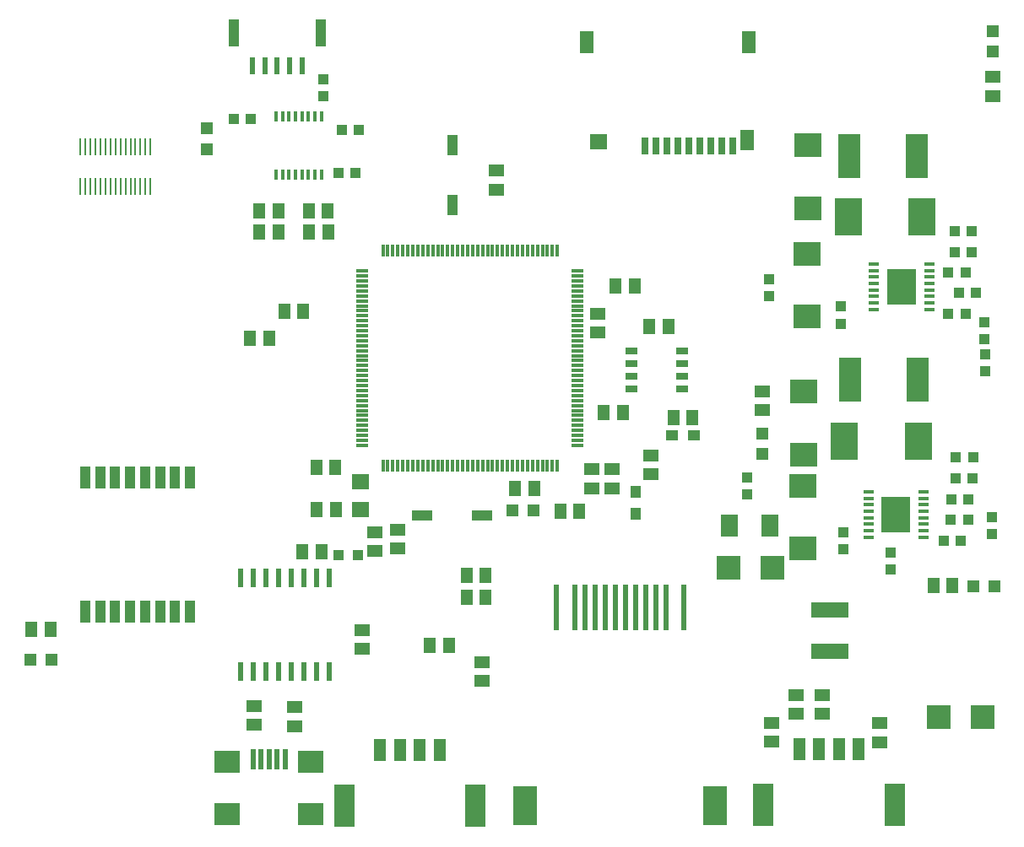
<source format=gtp>
G75*
%MOIN*%
%OFA0B0*%
%FSLAX25Y25*%
%IPPOS*%
%LPD*%
%AMOC8*
5,1,8,0,0,1.08239X$1,22.5*
%
%ADD10R,0.05118X0.05906*%
%ADD11R,0.05000X0.02500*%
%ADD12R,0.05906X0.05118*%
%ADD13R,0.07087X0.06299*%
%ADD14R,0.04724X0.03937*%
%ADD15R,0.04724X0.01181*%
%ADD16R,0.01181X0.04724*%
%ADD17R,0.04724X0.04724*%
%ADD18R,0.14567X0.05906*%
%ADD19R,0.09449X0.09449*%
%ADD20R,0.07008X0.08504*%
%ADD21R,0.03937X0.04724*%
%ADD22R,0.03937X0.03937*%
%ADD23R,0.03937X0.07874*%
%ADD24R,0.07874X0.03937*%
%ADD25R,0.00984X0.07087*%
%ADD26R,0.02200X0.07800*%
%ADD27R,0.04200X0.08600*%
%ADD28R,0.03150X0.07087*%
%ADD29R,0.05512X0.07874*%
%ADD30R,0.05512X0.08661*%
%ADD31R,0.04134X0.01772*%
%ADD32R,0.11575X0.14094*%
%ADD33R,0.11024X0.09449*%
%ADD34R,0.04331X0.03937*%
%ADD35R,0.03937X0.04331*%
%ADD36R,0.11024X0.14961*%
%ADD37R,0.08858X0.17717*%
%ADD38R,0.01200X0.03900*%
%ADD39R,0.09843X0.08661*%
%ADD40R,0.01969X0.07874*%
%ADD41R,0.07874X0.16535*%
%ADD42R,0.04724X0.08661*%
%ADD43R,0.02362X0.06693*%
%ADD44R,0.03937X0.10630*%
%ADD45R,0.02400X0.18100*%
%ADD46R,0.09800X0.15400*%
D10*
X0014842Y0091100D03*
X0022323Y0091100D03*
X0121842Y0121800D03*
X0129323Y0121800D03*
X0127442Y0138500D03*
X0134923Y0138500D03*
X0134723Y0155000D03*
X0127242Y0155000D03*
X0186542Y0112400D03*
X0194023Y0112400D03*
X0194023Y0103900D03*
X0186542Y0103900D03*
X0179523Y0084700D03*
X0172042Y0084700D03*
X0223642Y0137900D03*
X0231123Y0137900D03*
X0213323Y0146800D03*
X0205842Y0146800D03*
X0240742Y0176700D03*
X0248223Y0176700D03*
X0268242Y0174800D03*
X0275723Y0174800D03*
X0266323Y0210700D03*
X0258842Y0210700D03*
X0252923Y0226900D03*
X0245442Y0226900D03*
X0131923Y0248200D03*
X0124442Y0248200D03*
X0124342Y0256600D03*
X0131823Y0256600D03*
X0112323Y0256600D03*
X0104842Y0256600D03*
X0104742Y0248200D03*
X0112223Y0248200D03*
X0114542Y0216700D03*
X0122023Y0216700D03*
X0108523Y0206200D03*
X0101042Y0206200D03*
X0370942Y0108500D03*
X0378423Y0108500D03*
D11*
X0271682Y0186100D03*
X0271682Y0191100D03*
X0271682Y0196100D03*
X0271682Y0201100D03*
X0251682Y0201100D03*
X0251682Y0196100D03*
X0251682Y0191100D03*
X0251682Y0186100D03*
D12*
X0238482Y0208455D03*
X0238482Y0215935D03*
X0198282Y0264960D03*
X0198282Y0272440D03*
X0303382Y0185140D03*
X0303382Y0177660D03*
X0259482Y0159940D03*
X0259482Y0152460D03*
X0244182Y0154340D03*
X0244182Y0146860D03*
X0235882Y0146860D03*
X0235882Y0154340D03*
X0159482Y0130640D03*
X0159482Y0123160D03*
X0150382Y0122160D03*
X0150382Y0129640D03*
X0145382Y0090840D03*
X0145382Y0083360D03*
X0118682Y0060340D03*
X0118682Y0052860D03*
X0102782Y0053460D03*
X0102782Y0060940D03*
X0192582Y0070660D03*
X0192582Y0078140D03*
X0307082Y0054140D03*
X0307082Y0046660D03*
X0316782Y0057660D03*
X0316782Y0065140D03*
X0326882Y0065240D03*
X0326882Y0057760D03*
X0349682Y0054040D03*
X0349682Y0046560D03*
X0394282Y0301960D03*
X0394282Y0309440D03*
D13*
X0238818Y0283969D03*
X0144582Y0149412D03*
X0144582Y0138388D03*
D14*
X0267752Y0167700D03*
X0276413Y0167700D03*
D15*
X0230502Y0167788D03*
X0230502Y0165820D03*
X0230502Y0163851D03*
X0230502Y0169757D03*
X0230502Y0171725D03*
X0230502Y0173694D03*
X0230502Y0175662D03*
X0230502Y0177631D03*
X0230502Y0179599D03*
X0230502Y0181568D03*
X0230502Y0183536D03*
X0230502Y0185505D03*
X0230502Y0187473D03*
X0230502Y0189442D03*
X0230502Y0191410D03*
X0230502Y0193379D03*
X0230502Y0195347D03*
X0230502Y0197316D03*
X0230502Y0199284D03*
X0230502Y0201253D03*
X0230502Y0203221D03*
X0230502Y0205190D03*
X0230502Y0207158D03*
X0230502Y0209127D03*
X0230502Y0211095D03*
X0230502Y0213064D03*
X0230502Y0215032D03*
X0230502Y0217001D03*
X0230502Y0218969D03*
X0230502Y0220938D03*
X0230502Y0222906D03*
X0230502Y0224875D03*
X0230502Y0226843D03*
X0230502Y0228812D03*
X0230502Y0230780D03*
X0230502Y0232749D03*
X0145463Y0232749D03*
X0145463Y0230780D03*
X0145463Y0228812D03*
X0145463Y0226843D03*
X0145463Y0224875D03*
X0145463Y0222906D03*
X0145463Y0220938D03*
X0145463Y0218969D03*
X0145463Y0217001D03*
X0145463Y0215032D03*
X0145463Y0213064D03*
X0145463Y0211095D03*
X0145463Y0209127D03*
X0145463Y0207158D03*
X0145463Y0205190D03*
X0145463Y0203221D03*
X0145463Y0201253D03*
X0145463Y0199284D03*
X0145463Y0197316D03*
X0145463Y0195347D03*
X0145463Y0193379D03*
X0145463Y0191410D03*
X0145463Y0189442D03*
X0145463Y0187473D03*
X0145463Y0185505D03*
X0145463Y0183536D03*
X0145463Y0181568D03*
X0145463Y0179599D03*
X0145463Y0177631D03*
X0145463Y0175662D03*
X0145463Y0173694D03*
X0145463Y0171725D03*
X0145463Y0169757D03*
X0145463Y0167788D03*
X0145463Y0165820D03*
X0145463Y0163851D03*
D16*
X0153534Y0155780D03*
X0155502Y0155780D03*
X0157471Y0155780D03*
X0159439Y0155780D03*
X0161408Y0155780D03*
X0163376Y0155780D03*
X0165345Y0155780D03*
X0167313Y0155780D03*
X0169282Y0155780D03*
X0171250Y0155780D03*
X0173219Y0155780D03*
X0175187Y0155780D03*
X0177156Y0155780D03*
X0179124Y0155780D03*
X0181093Y0155780D03*
X0183061Y0155780D03*
X0185030Y0155780D03*
X0186998Y0155780D03*
X0188967Y0155780D03*
X0190935Y0155780D03*
X0192904Y0155780D03*
X0194872Y0155780D03*
X0196841Y0155780D03*
X0198809Y0155780D03*
X0200778Y0155780D03*
X0202746Y0155780D03*
X0204715Y0155780D03*
X0206683Y0155780D03*
X0208652Y0155780D03*
X0210620Y0155780D03*
X0212589Y0155780D03*
X0214557Y0155780D03*
X0216526Y0155780D03*
X0218494Y0155780D03*
X0220463Y0155780D03*
X0222431Y0155780D03*
X0222431Y0240820D03*
X0220463Y0240820D03*
X0218494Y0240820D03*
X0216526Y0240820D03*
X0214557Y0240820D03*
X0212589Y0240820D03*
X0210620Y0240820D03*
X0208652Y0240820D03*
X0206683Y0240820D03*
X0204715Y0240820D03*
X0202746Y0240820D03*
X0200778Y0240820D03*
X0198809Y0240820D03*
X0196841Y0240820D03*
X0194872Y0240820D03*
X0192904Y0240820D03*
X0190935Y0240820D03*
X0188967Y0240820D03*
X0186998Y0240820D03*
X0185030Y0240820D03*
X0183061Y0240820D03*
X0181093Y0240820D03*
X0179124Y0240820D03*
X0177156Y0240820D03*
X0175187Y0240820D03*
X0173219Y0240820D03*
X0171250Y0240820D03*
X0169282Y0240820D03*
X0167313Y0240820D03*
X0165345Y0240820D03*
X0163376Y0240820D03*
X0161408Y0240820D03*
X0159439Y0240820D03*
X0157471Y0240820D03*
X0155502Y0240820D03*
X0153534Y0240820D03*
D17*
X0084082Y0280966D03*
X0084082Y0289234D03*
X0204749Y0138200D03*
X0213016Y0138200D03*
X0303282Y0160366D03*
X0303282Y0168634D03*
X0386649Y0108300D03*
X0394916Y0108300D03*
X0394282Y0319366D03*
X0394282Y0327634D03*
X0022616Y0079000D03*
X0014349Y0079000D03*
D18*
X0329982Y0082332D03*
X0329982Y0098868D03*
D19*
X0307344Y0115600D03*
X0290021Y0115600D03*
X0373121Y0056400D03*
X0390444Y0056400D03*
D20*
X0306475Y0132000D03*
X0290451Y0132000D03*
D21*
X0253382Y0136869D03*
X0253382Y0145531D03*
D22*
X0143756Y0120500D03*
X0135882Y0120500D03*
D23*
X0181032Y0258914D03*
X0181032Y0282536D03*
D24*
X0192643Y0136175D03*
X0169021Y0136175D03*
D25*
X0061732Y0266141D03*
X0059763Y0266141D03*
X0057795Y0266141D03*
X0055826Y0266141D03*
X0053858Y0266141D03*
X0051889Y0266141D03*
X0049921Y0266141D03*
X0047952Y0266141D03*
X0045984Y0266141D03*
X0044015Y0266141D03*
X0042047Y0266141D03*
X0040078Y0266141D03*
X0038110Y0266141D03*
X0036141Y0266141D03*
X0034173Y0266141D03*
X0034173Y0281889D03*
X0036141Y0281889D03*
X0038110Y0281889D03*
X0040078Y0281889D03*
X0042047Y0281889D03*
X0044015Y0281889D03*
X0045984Y0281889D03*
X0047952Y0281889D03*
X0049921Y0281889D03*
X0051889Y0281889D03*
X0053858Y0281889D03*
X0055826Y0281889D03*
X0057795Y0281889D03*
X0059763Y0281889D03*
X0061732Y0281889D03*
D26*
X0097282Y0111500D03*
X0102282Y0111500D03*
X0107282Y0111500D03*
X0112282Y0111500D03*
X0117282Y0111500D03*
X0122282Y0111500D03*
X0127282Y0111500D03*
X0132282Y0111500D03*
X0132282Y0074500D03*
X0127282Y0074500D03*
X0122282Y0074500D03*
X0117282Y0074500D03*
X0112282Y0074500D03*
X0107282Y0074500D03*
X0102282Y0074500D03*
X0097282Y0074500D03*
D27*
X0077345Y0098000D03*
X0071440Y0098000D03*
X0065534Y0098000D03*
X0059629Y0098000D03*
X0053723Y0098000D03*
X0047818Y0098000D03*
X0041912Y0098000D03*
X0036007Y0098000D03*
X0036007Y0151150D03*
X0041912Y0151150D03*
X0047818Y0151150D03*
X0053723Y0151150D03*
X0059629Y0151150D03*
X0065534Y0151150D03*
X0071440Y0151150D03*
X0077345Y0151150D03*
D28*
X0257125Y0282000D03*
X0261456Y0282000D03*
X0265786Y0282000D03*
X0270117Y0282000D03*
X0274448Y0282000D03*
X0278778Y0282000D03*
X0283109Y0282000D03*
X0287440Y0282000D03*
X0291771Y0282000D03*
D29*
X0297479Y0284362D03*
D30*
X0298070Y0323142D03*
X0233897Y0323142D03*
D31*
X0347486Y0235457D03*
X0347486Y0232898D03*
X0347486Y0230339D03*
X0347486Y0227780D03*
X0347486Y0225220D03*
X0347486Y0222661D03*
X0347486Y0220102D03*
X0347486Y0217543D03*
X0369279Y0217543D03*
X0369279Y0220102D03*
X0369279Y0222661D03*
X0369279Y0225220D03*
X0369279Y0227780D03*
X0369279Y0230339D03*
X0369279Y0232898D03*
X0369279Y0235457D03*
X0367079Y0145457D03*
X0367079Y0142898D03*
X0367079Y0140339D03*
X0367079Y0137780D03*
X0367079Y0135220D03*
X0367079Y0132661D03*
X0367079Y0130102D03*
X0367079Y0127543D03*
X0345286Y0127543D03*
X0345286Y0130102D03*
X0345286Y0132661D03*
X0345286Y0135220D03*
X0345286Y0137780D03*
X0345286Y0140339D03*
X0345286Y0142898D03*
X0345286Y0145457D03*
D32*
X0356182Y0136500D03*
X0358382Y0226500D03*
D33*
X0321082Y0214698D03*
X0321082Y0239502D03*
X0321482Y0257598D03*
X0321482Y0282402D03*
X0319582Y0185102D03*
X0319582Y0160298D03*
X0319482Y0147902D03*
X0319482Y0123098D03*
D34*
X0353882Y0121546D03*
X0353882Y0114854D03*
X0375036Y0126100D03*
X0381729Y0126100D03*
X0384529Y0134500D03*
X0377836Y0134500D03*
X0379836Y0159300D03*
X0386529Y0159300D03*
X0391282Y0193254D03*
X0391282Y0199946D03*
X0383529Y0215900D03*
X0376836Y0215900D03*
X0380936Y0224100D03*
X0387629Y0224100D03*
X0386129Y0248500D03*
X0379436Y0248500D03*
X0143929Y0288600D03*
X0137236Y0288600D03*
X0136036Y0271500D03*
X0142729Y0271500D03*
X0101429Y0292900D03*
X0094736Y0292900D03*
D35*
X0130082Y0301654D03*
X0130082Y0308346D03*
X0306082Y0229546D03*
X0306082Y0222854D03*
X0334382Y0218646D03*
X0334382Y0211954D03*
X0376836Y0232300D03*
X0383529Y0232300D03*
X0386129Y0240300D03*
X0379436Y0240300D03*
X0391182Y0212346D03*
X0391182Y0205654D03*
X0386329Y0150900D03*
X0379636Y0150900D03*
X0378036Y0142600D03*
X0384729Y0142600D03*
X0393982Y0135546D03*
X0393982Y0128854D03*
X0335482Y0129546D03*
X0335482Y0122854D03*
X0297282Y0144454D03*
X0297282Y0151146D03*
D36*
X0335815Y0165500D03*
X0364949Y0165500D03*
X0366449Y0254200D03*
X0337315Y0254200D03*
D37*
X0337663Y0278000D03*
X0364301Y0278000D03*
X0364701Y0189700D03*
X0338063Y0189700D03*
D38*
X0129239Y0270913D03*
X0126680Y0270913D03*
X0124121Y0270913D03*
X0121562Y0270913D03*
X0119003Y0270913D03*
X0116444Y0270913D03*
X0113885Y0270913D03*
X0111326Y0270913D03*
X0111326Y0293887D03*
X0113885Y0293887D03*
X0116444Y0293887D03*
X0119003Y0293887D03*
X0121562Y0293887D03*
X0124121Y0293887D03*
X0126680Y0293887D03*
X0129239Y0293887D03*
D39*
X0092047Y0018008D03*
X0092047Y0038874D03*
X0125118Y0038874D03*
X0125118Y0018008D03*
D40*
X0114882Y0039858D03*
X0111732Y0039858D03*
X0108582Y0039858D03*
X0105433Y0039858D03*
X0102283Y0039858D03*
D41*
X0138198Y0021384D03*
X0190167Y0021384D03*
X0303698Y0021784D03*
X0355667Y0021784D03*
D42*
X0341493Y0043753D03*
X0333619Y0043753D03*
X0325745Y0043753D03*
X0317871Y0043753D03*
X0175993Y0043353D03*
X0168119Y0043353D03*
X0160245Y0043353D03*
X0152371Y0043353D03*
D43*
X0121625Y0313687D03*
X0116704Y0313687D03*
X0111782Y0313687D03*
X0106861Y0313687D03*
X0101940Y0313687D03*
D44*
X0094656Y0326679D03*
X0128908Y0326679D03*
D45*
X0222082Y0099900D03*
X0229282Y0099900D03*
X0233282Y0099900D03*
X0237282Y0099900D03*
X0241282Y0099900D03*
X0245282Y0099900D03*
X0249282Y0099900D03*
X0253282Y0099900D03*
X0257282Y0099900D03*
X0261282Y0099900D03*
X0265282Y0099900D03*
X0272482Y0099900D03*
D46*
X0284782Y0021400D03*
X0209782Y0021400D03*
M02*

</source>
